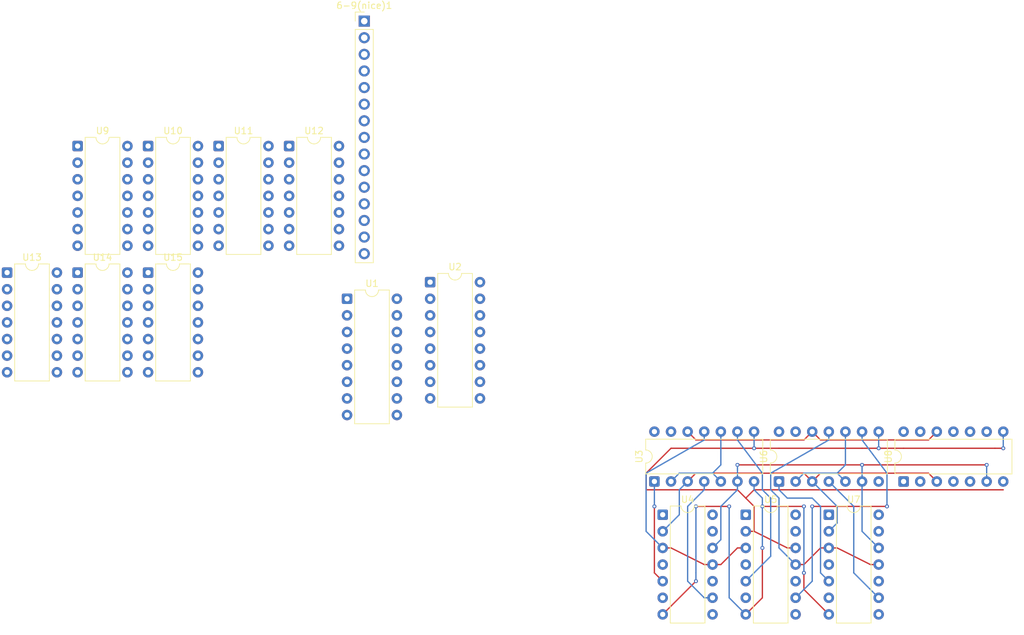
<source format=kicad_pcb>
(kicad_pcb (version 20241229) (generator "pcbnew") (generator_version "9.0")
  (layers (0 "F.Cu" signal) (2 "B.Cu" signal) (13 "F.Paste" user) (15 "B.Paste" user) (5 "F.SilkS" user "F.Silkscreen") (7 "B.SilkS" user "B.Silkscreen") (1 "F.Mask" user) (3 "B.Mask" user) (25 "Edge.Cuts" user))
  (net 0 "")
  (net 1 "Net-(6-9(nice)1-Bus_2)")
  (net 2 "GND")
  (net 3 "Net-(6-9(nice)1-Bus_3)")
  (net 4 "VCC")
  (net 5 "Net-(6-9(nice)1-Bus_1)")
  (net 6 "Net-(6-9(nice)1-Write_3)")
  (net 7 "Net-(6-9(nice)1-Read_1)")
  (net 8 "Net-(6-9(nice)1-Writeable)")
  (net 9 "Net-(6-9(nice)1-Clk)")
  (net 10 "Net-(6-9(nice)1-Msc)")
  (net 11 "Net-(6-9(nice)1-Read_2)")
  (net 12 "Net-(6-9(nice)1-Write_1)")
  (net 13 "Net-(6-9(nice)1-Read_3)")
  (net 14 "Net-(6-9(nice)1-Write_2)")
  (net 15 "Net-(6-9(nice)1-Readable)")
  (net 16 "Net-(U1-Y4)")
  (net 18 "Net-(U1-Y5)")
  (net 19 "Net-(U1-Y3)")
  (net 21 "Net-(U1-Y6)")
  (net 23 "Net-(U1-Y7)")
  (net 24 "Net-(U2-Y7)")
  (net 26 "Net-(U2-Y4)")
  (net 27 "Net-(U2-Y5)")
  (net 30 "Net-(U2-Y6)")
  (net 31 "Net-(U2-Y3)")
  (net 32 "Net-(U5A-Q)")
  (net 33 "Net-(U4B-Q)")
  (net 34 "Net-(U4A-Q)")
  (net 35 "Net-(U4A-C)")
  (net 47 "Net-(U5B-Q)")
  (net 48 "Net-(U5B-C)")
  (net 50 "Net-(U7A-Q)")
  (net 51 "Net-(U7B-Q)")
  (net 58 "Net-(U9B-Q)")
  (net 59 "Net-(U10B-C)")
  (net 60 "Net-(U10B-Q)")
  (net 61 "Net-(U9A-Q)")
  (net 72 "Net-(U10A-Q)")
  (net 75 "Net-(U10A-C)")
  (net 76 "Net-(U12B-Q)")
  (net 77 "Net-(U12A-Q)")
  (net 84 "Net-(U15A-Q)")
  (net 85 "Net-(U14A-Q)")
  (net 86 "Net-(U14A-C)")
  (net 87 "Net-(U14B-Q)")
  (footprint "Package_DIP:DIP-14_W7.62mm" (layer "F.Cu") (at 115.57 91.44)
    (property "Reference" "U4" (at 3.81 -2.33 0) (layer "F.SilkS"))
    (property "Value" "74LS74")
    (pad "1" thru_hole roundrect (at 0 0) (size 1.6 1.6) (drill 0.8) (layers "*.Cu" "*.Mask") (roundrect_rratio 0.15625))
    (pad "2" thru_hole circle (at 0 2.54) (size 1.6 1.6) (drill 0.8) (layers "*.Cu" "*.Mask") (net 5 "Net-(6-9(nice)1-Bus_1)"))
    (pad "3" thru_hole circle (at 0 5.08) (size 1.6 1.6) (drill 0.8) (layers "*.Cu" "*.Mask") (net 35 "Net-(U4A-C)"))
    (pad "4" thru_hole circle (at 0 7.62) (size 1.6 1.6) (drill 0.8) (layers "*.Cu" "*.Mask"))
    (pad "5" thru_hole circle (at 0 10.16) (size 1.6 1.6) (drill 0.8) (layers "*.Cu" "*.Mask") (net 34 "Net-(U4A-Q)"))
    (pad "6" thru_hole circle (at 0 12.7) (size 1.6 1.6) (drill 0.8) (layers "*.Cu" "*.Mask"))
    (pad "7" thru_hole circle (at 0 15.24) (size 1.6 1.6) (drill 0.8) (layers "*.Cu" "*.Mask") (net 2 "GND"))
    (pad "8" thru_hole circle (at 7.62 15.24) (size 1.6 1.6) (drill 0.8) (layers "*.Cu" "*.Mask"))
    (pad "9" thru_hole circle (at 7.62 12.7) (size 1.6 1.6) (drill 0.8) (layers "*.Cu" "*.Mask") (net 33 "Net-(U4B-Q)"))
    (pad "10" thru_hole circle (at 7.62 10.16) (size 1.6 1.6) (drill 0.8) (layers "*.Cu" "*.Mask"))
    (pad "11" thru_hole circle (at 7.62 7.62) (size 1.6 1.6) (drill 0.8) (layers "*.Cu" "*.Mask") (net 35 "Net-(U4A-C)"))
    (pad "12" thru_hole circle (at 7.62 5.08) (size 1.6 1.6) (drill 0.8) (layers "*.Cu" "*.Mask") (net 1 "Net-(6-9(nice)1-Bus_2)"))
    (pad "13" thru_hole circle (at 7.62 2.54) (size 1.6 1.6) (drill 0.8) (layers "*.Cu" "*.Mask"))
    (pad "14" thru_hole circle (at 7.62 0) (size 1.6 1.6) (drill 0.8) (layers "*.Cu" "*.Mask") (net 4 "VCC"))
  )
  (footprint "Package_DIP:DIP-14_W7.62mm" (layer "F.Cu") (at 58.45 35.07)
    (property "Reference" "U12" (at 3.81 -2.33 0) (layer "F.SilkS"))
    (property "Value" "74LS74")
    (pad "1" thru_hole roundrect (at 0 0) (size 1.6 1.6) (drill 0.8) (layers "*.Cu" "*.Mask") (roundrect_rratio 0.15625))
    (pad "2" thru_hole circle (at 0 2.54) (size 1.6 1.6) (drill 0.8) (layers "*.Cu" "*.Mask") (net 5 "Net-(6-9(nice)1-Bus_1)"))
    (pad "3" thru_hole circle (at 0 5.08) (size 1.6 1.6) (drill 0.8) (layers "*.Cu" "*.Mask") (net 75 "Net-(U10A-C)"))
    (pad "4" thru_hole circle (at 0 7.62) (size 1.6 1.6) (drill 0.8) (layers "*.Cu" "*.Mask"))
    (pad "5" thru_hole circle (at 0 10.16) (size 1.6 1.6) (drill 0.8) (layers "*.Cu" "*.Mask") (net 77 "Net-(U12A-Q)"))
    (pad "6" thru_hole circle (at 0 12.7) (size 1.6 1.6) (drill 0.8) (layers "*.Cu" "*.Mask"))
    (pad "7" thru_hole circle (at 0 15.24) (size 1.6 1.6) (drill 0.8) (layers "*.Cu" "*.Mask") (net 2 "GND"))
    (pad "8" thru_hole circle (at 7.62 15.24) (size 1.6 1.6) (drill 0.8) (layers "*.Cu" "*.Mask"))
    (pad "9" thru_hole circle (at 7.62 12.7) (size 1.6 1.6) (drill 0.8) (layers "*.Cu" "*.Mask") (net 76 "Net-(U12B-Q)"))
    (pad "10" thru_hole circle (at 7.62 10.16) (size 1.6 1.6) (drill 0.8) (layers "*.Cu" "*.Mask"))
    (pad "11" thru_hole circle (at 7.62 7.62) (size 1.6 1.6) (drill 0.8) (layers "*.Cu" "*.Mask") (net 75 "Net-(U10A-C)"))
    (pad "12" thru_hole circle (at 7.62 5.08) (size 1.6 1.6) (drill 0.8) (layers "*.Cu" "*.Mask") (net 1 "Net-(6-9(nice)1-Bus_2)"))
    (pad "13" thru_hole circle (at 7.62 2.54) (size 1.6 1.6) (drill 0.8) (layers "*.Cu" "*.Mask"))
    (pad "14" thru_hole circle (at 7.62 0) (size 1.6 1.6) (drill 0.8) (layers "*.Cu" "*.Mask") (net 4 "VCC"))
  )
  (footprint "Package_DIP:DIP-14_W7.62mm" (layer "F.Cu") (at 26.11 54.42)
    (property "Reference" "U14" (at 3.81 -2.33 0) (layer "F.SilkS"))
    (property "Value" "74LS74")
    (pad "1" thru_hole roundrect (at 0 0) (size 1.6 1.6) (drill 0.8) (layers "*.Cu" "*.Mask") (roundrect_rratio 0.15625))
    (pad "2" thru_hole circle (at 0 2.54) (size 1.6 1.6) (drill 0.8) (layers "*.Cu" "*.Mask") (net 5 "Net-(6-9(nice)1-Bus_1)"))
    (pad "3" thru_hole circle (at 0 5.08) (size 1.6 1.6) (drill 0.8) (layers "*.Cu" "*.Mask") (net 86 "Net-(U14A-C)"))
    (pad "4" thru_hole circle (at 0 7.62) (size 1.6 1.6) (drill 0.8) (layers "*.Cu" "*.Mask"))
    (pad "5" thru_hole circle (at 0 10.16) (size 1.6 1.6) (drill 0.8) (layers "*.Cu" "*.Mask") (net 85 "Net-(U14A-Q)"))
    (pad "6" thru_hole circle (at 0 12.7) (size 1.6 1.6) (drill 0.8) (layers "*.Cu" "*.Mask"))
    (pad "7" thru_hole circle (at 0 15.24) (size 1.6 1.6) (drill 0.8) (layers "*.Cu" "*.Mask") (net 2 "GND"))
    (pad "8" thru_hole circle (at 7.62 15.24) (size 1.6 1.6) (drill 0.8) (layers "*.Cu" "*.Mask"))
    (pad "9" thru_hole circle (at 7.62 12.7) (size 1.6 1.6) (drill 0.8) (layers "*.Cu" "*.Mask") (net 87 "Net-(U14B-Q)"))
    (pad "10" thru_hole circle (at 7.62 10.16) (size 1.6 1.6) (drill 0.8) (layers "*.Cu" "*.Mask"))
    (pad "11" thru_hole circle (at 7.62 7.62) (size 1.6 1.6) (drill 0.8) (layers "*.Cu" "*.Mask") (net 86 "Net-(U14A-C)"))
    (pad "12" thru_hole circle (at 7.62 5.08) (size 1.6 1.6) (drill 0.8) (layers "*.Cu" "*.Mask") (net 1 "Net-(6-9(nice)1-Bus_2)"))
    (pad "13" thru_hole circle (at 7.62 2.54) (size 1.6 1.6) (drill 0.8) (layers "*.Cu" "*.Mask"))
    (pad "14" thru_hole circle (at 7.62 0) (size 1.6 1.6) (drill 0.8) (layers "*.Cu" "*.Mask") (net 4 "VCC"))
  )
  (footprint "Package_DIP:DIP-14_W7.62mm" (layer "F.Cu") (at 152.4 86.36 90)
    (property "Reference" "U8" (at 3.81 -2.33 90) (layer "F.SilkS"))
    (property "Value" "74LS08")
    (pad "1" thru_hole roundrect (at 0 0 90) (size 1.6 1.6) (drill 0.8) (layers "*.Cu" "*.Mask") (roundrect_rratio 0.15625) (net 61 "Net-(U9A-Q)"))
    (pad "2" thru_hole circle (at 0 2.54 90) (size 1.6 1.6) (drill 0.8) (layers "*.Cu" "*.Mask") (net 30 "Net-(U2-Y6)"))
    (pad "3" thru_hole circle (at 0 5.08 90) (size 1.6 1.6) (drill 0.8) (layers "*.Cu" "*.Mask") (net 5 "Net-(6-9(nice)1-Bus_1)"))
    (pad "4" thru_hole circle (at 0 7.62 90) (size 1.6 1.6) (drill 0.8) (layers "*.Cu" "*.Mask") (net 58 "Net-(U9B-Q)"))
    (pad "5" thru_hole circle (at 0 10.16 90) (size 1.6 1.6) (drill 0.8) (layers "*.Cu" "*.Mask") (net 30 "Net-(U2-Y6)"))
    (pad "6" thru_hole circle (at 0 12.7 90) (size 1.6 1.6) (drill 0.8) (layers "*.Cu" "*.Mask") (net 1 "Net-(6-9(nice)1-Bus_2)"))
    (pad "7" thru_hole circle (at 0 15.24 90) (size 1.6 1.6) (drill 0.8) (layers "*.Cu" "*.Mask") (net 2 "GND"))
    (pad "8" thru_hole circle (at 7.62 15.24 90) (size 1.6 1.6) (drill 0.8) (layers "*.Cu" "*.Mask") (net 3 "Net-(6-9(nice)1-Bus_3)"))
    (pad "9" thru_hole circle (at 7.62 12.7 90) (size 1.6 1.6) (drill 0.8) (layers "*.Cu" "*.Mask") (net 60 "Net-(U10B-Q)"))
    (pad "10" thru_hole circle (at 7.62 10.16 90) (size 1.6 1.6) (drill 0.8) (layers "*.Cu" "*.Mask") (net 30 "Net-(U2-Y6)"))
    (pad "11" thru_hole circle (at 7.62 7.62 90) (size 1.6 1.6) (drill 0.8) (layers "*.Cu" "*.Mask") (net 59 "Net-(U10B-C)"))
    (pad "12" thru_hole circle (at 7.62 5.08 90) (size 1.6 1.6) (drill 0.8) (layers "*.Cu" "*.Mask") (net 9 "Net-(6-9(nice)1-Clk)"))
    (pad "13" thru_hole circle (at 7.62 2.54 90) (size 1.6 1.6) (drill 0.8) (layers "*.Cu" "*.Mask") (net 21 "Net-(U1-Y6)"))
    (pad "14" thru_hole circle (at 7.62 0 90) (size 1.6 1.6) (drill 0.8) (layers "*.Cu" "*.Mask") (net 4 "VCC"))
  )
  (footprint "Package_DIP:DIP-14_W7.62mm" (layer "F.Cu") (at 128.27 91.44)
    (property "Reference" "U5" (at 3.81 -2.33 0) (layer "F.SilkS"))
    (property "Value" "74LS74")
    (pad "1" thru_hole roundrect (at 0 0) (size 1.6 1.6) (drill 0.8) (layers "*.Cu" "*.Mask") (roundrect_rratio 0.15625))
    (pad "2" thru_hole circle (at 0 2.54) (size 1.6 1.6) (drill 0.8) (layers "*.Cu" "*.Mask") (net 3 "Net-(6-9(nice)1-Bus_3)"))
    (pad "3" thru_hole circle (at 0 5.08) (size 1.6 1.6) (drill 0.8) (layers "*.Cu" "*.Mask") (net 35 "Net-(U4A-C)"))
    (pad "4" thru_hole circle (at 0 7.62) (size 1.6 1.6) (drill 0.8) (layers "*.Cu" "*.Mask"))
    (pad "5" thru_hole circle (at 0 10.16) (size 1.6 1.6) (drill 0.8) (layers "*.Cu" "*.Mask") (net 32 "Net-(U5A-Q)"))
    (pad "6" thru_hole circle (at 0 12.7) (size 1.6 1.6) (drill 0.8) (layers "*.Cu" "*.Mask"))
    (pad "7" thru_hole circle (at 0 15.24) (size 1.6 1.6) (drill 0.8) (layers "*.Cu" "*.Mask") (net 2 "GND"))
    (pad "8" thru_hole circle (at 7.62 15.24) (size 1.6 1.6) (drill 0.8) (layers "*.Cu" "*.Mask"))
    (pad "9" thru_hole circle (at 7.62 12.7) (size 1.6 1.6) (drill 0.8) (layers "*.Cu" "*.Mask") (net 47 "Net-(U5B-Q)"))
    (pad "10" thru_hole circle (at 7.62 10.16) (size 1.6 1.6) (drill 0.8) (layers "*.Cu" "*.Mask"))
    (pad "11" thru_hole circle (at 7.62 7.62) (size 1.6 1.6) (drill 0.8) (layers "*.Cu" "*.Mask") (net 48 "Net-(U5B-C)"))
    (pad "12" thru_hole circle (at 7.62 5.08) (size 1.6 1.6) (drill 0.8) (layers "*.Cu" "*.Mask") (net 3 "Net-(6-9(nice)1-Bus_3)"))
    (pad "13" thru_hole circle (at 7.62 2.54) (size 1.6 1.6) (drill 0.8) (layers "*.Cu" "*.Mask"))
    (pad "14" thru_hole circle (at 7.62 0) (size 1.6 1.6) (drill 0.8) (layers "*.Cu" "*.Mask") (net 4 "VCC"))
  )
  (footprint "Package_DIP:DIP-14_W7.62mm" (layer "F.Cu") (at 140.97 91.44)
    (property "Reference" "U7" (at 3.81 -2.33 0) (layer "F.SilkS"))
    (property "Value" "74LS74")
    (pad "1" thru_hole roundrect (at 0 0) (size 1.6 1.6) (drill 0.8) (layers "*.Cu" "*.Mask") (roundrect_rratio 0.15625))
    (pad "2" thru_hole circle (at 0 2.54) (size 1.6 1.6) (drill 0.8) (layers "*.Cu" "*.Mask") (net 5 "Net-(6-9(nice)1-Bus_1)"))
    (pad "3" thru_hole circle (at 0 5.08) (size 1.6 1.6) (drill 0.8) (layers "*.Cu" "*.Mask") (net 48 "Net-(U5B-C)"))
    (pad "4" thru_hole circle (at 0 7.62) (size 1.6 1.6) (drill 0.8) (layers "*.Cu" "*.Mask"))
    (pad "5" thru_hole circle (at 0 10.16) (size 1.6 1.6) (drill 0.8) (layers "*.Cu" "*.Mask") (net 50 "Net-(U7A-Q)"))
    (pad "6" thru_hole circle (at 0 12.7) (size 1.6 1.6) (drill 0.8) (layers "*.Cu" "*.Mask"))
    (pad "7" thru_hole circle (at 0 15.24) (size 1.6 1.6) (drill 0.8) (layers "*.Cu" "*.Mask") (net 2 "GND"))
    (pad "8" thru_hole circle (at 7.62 15.24) (size 1.6 1.6) (drill 0.8) (layers "*.Cu" "*.Mask"))
    (pad "9" thru_hole circle (at 7.62 12.7) (size 1.6 1.6) (drill 0.8) (layers "*.Cu" "*.Mask") (net 51 "Net-(U7B-Q)"))
    (pad "10" thru_hole circle (at 7.62 10.16) (size 1.6 1.6) (drill 0.8) (layers "*.Cu" "*.Mask"))
    (pad "11" thru_hole circle (at 7.62 7.62) (size 1.6 1.6) (drill 0.8) (layers "*.Cu" "*.Mask") (net 48 "Net-(U5B-C)"))
    (pad "12" thru_hole circle (at 7.62 5.08) (size 1.6 1.6) (drill 0.8) (layers "*.Cu" "*.Mask") (net 1 "Net-(6-9(nice)1-Bus_2)"))
    (pad "13" thru_hole circle (at 7.62 2.54) (size 1.6 1.6) (drill 0.8) (layers "*.Cu" "*.Mask"))
    (pad "14" thru_hole circle (at 7.62 0) (size 1.6 1.6) (drill 0.8) (layers "*.Cu" "*.Mask") (net 4 "VCC"))
  )
  (footprint "Package_DIP:DIP-14_W7.62mm" (layer "F.Cu") (at 15.33 54.42)
    (property "Reference" "U13" (at 3.81 -2.33 0) (layer "F.SilkS"))
    (property "Value" "74LS08")
    (pad "1" thru_hole roundrect (at 0 0) (size 1.6 1.6) (drill 0.8) (layers "*.Cu" "*.Mask") (roundrect_rratio 0.15625) (net 85 "Net-(U14A-Q)"))
    (pad "2" thru_hole circle (at 0 2.54) (size 1.6 1.6) (drill 0.8) (layers "*.Cu" "*.Mask") (net 24 "Net-(U2-Y7)"))
    (pad "3" thru_hole circle (at 0 5.08) (size 1.6 1.6) (drill 0.8) (layers "*.Cu" "*.Mask") (net 5 "Net-(6-9(nice)1-Bus_1)"))
    (pad "4" thru_hole circle (at 0 7.62) (size 1.6 1.6) (drill 0.8) (layers "*.Cu" "*.Mask") (net 87 "Net-(U14B-Q)"))
    (pad "5" thru_hole circle (at 0 10.16) (size 1.6 1.6) (drill 0.8) (layers "*.Cu" "*.Mask") (net 24 "Net-(U2-Y7)"))
    (pad "6" thru_hole circle (at 0 12.7) (size 1.6 1.6) (drill 0.8) (layers "*.Cu" "*.Mask") (net 1 "Net-(6-9(nice)1-Bus_2)"))
    (pad "7" thru_hole circle (at 0 15.24) (size 1.6 1.6) (drill 0.8) (layers "*.Cu" "*.Mask") (net 2 "GND"))
    (pad "8" thru_hole circle (at 7.62 15.24) (size 1.6 1.6) (drill 0.8) (layers "*.Cu" "*.Mask") (net 3 "Net-(6-9(nice)1-Bus_3)"))
    (pad "9" thru_hole circle (at 7.62 12.7) (size 1.6 1.6) (drill 0.8) (layers "*.Cu" "*.Mask") (net 84 "Net-(U15A-Q)"))
    (pad "10" thru_hole circle (at 7.62 10.16) (size 1.6 1.6) (drill 0.8) (layers "*.Cu" "*.Mask") (net 24 "Net-(U2-Y7)"))
    (pad "11" thru_hole circle (at 7.62 7.62) (size 1.6 1.6) (drill 0.8) (layers "*.Cu" "*.Mask") (net 86 "Net-(U14A-C)"))
    (pad "12" thru_hole circle (at 7.62 5.08) (size 1.6 1.6) (drill 0.8) (layers "*.Cu" "*.Mask") (net 9 "Net-(6-9(nice)1-Clk)"))
    (pad "13" thru_hole circle (at 7.62 2.54) (size 1.6 1.6) (drill 0.8) (layers "*.Cu" "*.Mask") (net 23 "Net-(U1-Y7)"))
    (pad "14" thru_hole circle (at 7.62 0) (size 1.6 1.6) (drill 0.8) (layers "*.Cu" "*.Mask") (net 4 "VCC"))
  )
  (footprint "Package_DIP:DIP-14_W7.62mm" (layer "F.Cu") (at 114.3 86.355 90)
    (property "Reference" "U3" (at 3.81 -2.33 90) (layer "F.SilkS"))
    (property "Value" "74LS08")
    (pad "1" thru_hole roundrect (at 0 0 90) (size 1.6 1.6) (drill 0.8) (layers "*.Cu" "*.Mask") (roundrect_rratio 0.15625) (net 34 "Net-(U4A-Q)"))
    (pad "2" thru_hole circle (at 0 2.54 90) (size 1.6 1.6) (drill 0.8) (layers "*.Cu" "*.Mask") (net 31 "Net-(U2-Y3)"))
    (pad "3" thru_hole circle (at 0 5.08 90) (size 1.6 1.6) (drill 0.8) (layers "*.Cu" "*.Mask") (net 5 "Net-(6-9(nice)1-Bus_1)"))
    (pad "4" thru_hole circle (at 0 7.62 90) (size 1.6 1.6) (drill 0.8) (layers "*.Cu" "*.Mask") (net 33 "Net-(U4B-Q)"))
    (pad "5" thru_hole circle (at 0 10.16 90) (size 1.6 1.6) (drill 0.8) (layers "*.Cu" "*.Mask") (net 31 "Net-(U2-Y3)"))
    (pad "6" thru_hole circle (at 0 12.7 90) (size 1.6 1.6) (drill 0.8) (layers "*.Cu" "*.Mask") (net 1 "Net-(6-9(nice)1-Bus_2)"))
    (pad "7" thru_hole circle (at 0 15.24 90) (size 1.6 1.6) (drill 0.8) (layers "*.Cu" "*.Mask") (net 2 "GND"))
    (pad "8" thru_hole circle (at 7.62 15.24 90) (size 1.6 1.6) (drill 0.8) (layers "*.Cu" "*.Mask") (net 3 "Net-(6-9(nice)1-Bus_3)"))
    (pad "9" thru_hole circle (at 7.62 12.7 90) (size 1.6 1.6) (drill 0.8) (layers "*.Cu" "*.Mask") (net 32 "Net-(U5A-Q)"))
    (pad "10" thru_hole circle (at 7.62 10.16 90) (size 1.6 1.6) (drill 0.8) (layers "*.Cu" "*.Mask") (net 31 "Net-(U2-Y3)"))
    (pad "11" thru_hole circle (at 7.62 7.62 90) (size 1.6 1.6) (drill 0.8) (layers "*.Cu" "*.Mask") (net 35 "Net-(U4A-C)"))
    (pad "12" thru_hole circle (at 7.62 5.08 90) (size 1.6 1.6) (drill 0.8) (layers "*.Cu" "*.Mask") (net 9 "Net-(6-9(nice)1-Clk)"))
    (pad "13" thru_hole circle (at 7.62 2.54 90) (size 1.6 1.6) (drill 0.8) (layers "*.Cu" "*.Mask") (net 19 "Net-(U1-Y3)"))
    (pad "14" thru_hole circle (at 7.62 0 90) (size 1.6 1.6) (drill 0.8) (layers "*.Cu" "*.Mask") (net 4 "VCC"))
  )
  (footprint "Package_DIP:DIP-14_W7.62mm" (layer "F.Cu") (at 36.89 54.42)
    (property "Reference" "U15" (at 3.81 -2.33 0) (layer "F.SilkS"))
    (property "Value" "74LS74")
    (pad "1" thru_hole roundrect (at 0 0) (size 1.6 1.6) (drill 0.8) (layers "*.Cu" "*.Mask") (roundrect_rratio 0.15625))
    (pad "2" thru_hole circle (at 0 2.54) (size 1.6 1.6) (drill 0.8) (layers "*.Cu" "*.Mask") (net 3 "Net-(6-9(nice)1-Bus_3)"))
    (pad "3" thru_hole circle (at 0 5.08) (size 1.6 1.6) (drill 0.8) (layers "*.Cu" "*.Mask") (net 86 "Net-(U14A-C)"))
    (pad "4" thru_hole circle (at 0 7.62) (size 1.6 1.6) (drill 0.8) (layers "*.Cu" "*.Mask"))
    (pad "5" thru_hole circle (at 0 10.16) (size 1.6 1.6) (drill 0.8) (layers "*.Cu" "*.Mask") (net 84 "Net-(U15A-Q)"))
    (pad "6" thru_hole circle (at 0 12.7) (size 1.6 1.6) (drill 0.8) (layers "*.Cu" "*.Mask"))
    (pad "7" thru_hole circle (at 0 15.24) (size 1.6 1.6) (drill 0.8) (layers "*.Cu" "*.Mask") (net 2 "GND"))
    (pad "8" thru_hole circle (at 7.62 15.24) (size 1.6 1.6) (drill 0.8) (layers "*.Cu" "*.Mask"))
    (pad "9" thru_hole circle (at 7.62 12.7) (size 1.6 1.6) (drill 0.8) (layers "*.Cu" "*.Mask"))
    (pad "10" thru_hole circle (at 7.62 10.16) (size 1.6 1.6) (drill 0.8) (layers "*.Cu" "*.Mask"))
    (pad "11" thru_hole circle (at 7.62 7.62) (size 1.6 1.6) (drill 0.8) (layers "*.Cu" "*.Mask"))
    (pad "12" thru_hole circle (at 7.62 5.08) (size 1.6 1.6) (drill 0.8) (layers "*.Cu" "*.Mask"))
    (pad "13" thru_hole circle (at 7.62 2.54) (size 1.6 1.6) (drill 0.8) (layers "*.Cu" "*.Mask"))
    (pad "14" thru_hole circle (at 7.62 0) (size 1.6 1.6) (drill 0.8) (layers "*.Cu" "*.Mask") (net 4 "VCC"))
  )
  (footprint "Package_DIP:DIP-14_W7.62mm" (layer "F.Cu") (at 36.89 35.07)
    (property "Reference" "U10" (at 3.81 -2.33 0) (layer "F.SilkS"))
    (property "Value" "74LS74")
    (pad "1" thru_hole roundrect (at 0 0) (size 1.6 1.6) (drill 0.8) (layers "*.Cu" "*.Mask") (roundrect_rratio 0.15625))
    (pad "2" thru_hole circle (at 0 2.54) (size 1.6 1.6) (drill 0.8) (layers "*.Cu" "*.Mask") (net 3 "Net-(6-9(nice)1-Bus_3)"))
    (pad "3" thru_hole circle (at 0 5.08) (size 1.6 1.6) (drill 0.8) (layers "*.Cu" "*.Mask") (net 75 "Net-(U10A-C)"))
    (pad "4" thru_hole circle (at 0 7.62) (size 1.6 1.6) (drill 0.8) (layers "*.Cu" "*.Mask"))
    (pad "5" thru_hole circle (at 0 10.16) (size 1.6 1.6) (drill 0.8) (layers "*.Cu" "*.Mask") (net 72 "Net-(U10A-Q)"))
    (pad "6" thru_hole circle (at 0 12.7) (size 1.6 1.6) (drill 0.8) (layers "*.Cu" "*.Mask"))
    (pad "7" thru_hole circle (at 0 15.24) (size 1.6 1.6) (drill 0.8) (layers "*.Cu" "*.Mask") (net 2 "GND"))
    (pad "8" thru_hole circle (at 7.62 15.24) (size 1.6 1.6) (drill 0.8) (layers "*.Cu" "*.Mask"))
    (pad "9" thru_hole circle (at 7.62 12.7) (size 1.6 1.6) (drill 0.8) (layers "*.Cu" "*.Mask") (net 60 "Net-(U10B-Q)"))
    (pad "10" thru_hole circle (at 7.62 10.16) (size 1.6 1.6) (drill 0.8) (layers "*.Cu" "*.Mask"))
    (pad "11" thru_hole circle (at 7.62 7.62) (size 1.6 1.6) (drill 0.8) (layers "*.Cu" "*.Mask") (net 59 "Net-(U10B-C)"))
    (pad "12" thru_hole circle (at 7.62 5.08) (size 1.6 1.6) (drill 0.8) (layers "*.Cu" "*.Mask") (net 3 "Net-(6-9(nice)1-Bus_3)"))
    (pad "13" thru_hole circle (at 7.62 2.54) (size 1.6 1.6) (drill 0.8) (layers "*.Cu" "*.Mask"))
    (pad "14" thru_hole circle (at 7.62 0) (size 1.6 1.6) (drill 0.8) (layers "*.Cu" "*.Mask") (net 4 "VCC"))
  )
  (footprint "Package_DIP:DIP-14_W7.62mm" (layer "F.Cu") (at 133.35 86.36 90)
    (property "Reference" "U6" (at 3.81 -2.33 90) (layer "F.SilkS"))
    (property "Value" "74LS08")
    (pad "1" thru_hole roundrect (at 0 0 90) (size 1.6 1.6) (drill 0.8) (layers "*.Cu" "*.Mask") (roundrect_rratio 0.15625) (net 50 "Net-(U7A-Q)"))
    (pad "2" thru_hole circle (at 0 2.54 90) (size 1.6 1.6) (drill 0.8) (layers "*.Cu" "*.Mask") (net 26 "Net-(U2-Y4)"))
    (pad "3" thru_hole circle (at 0 5.08 90) (size 1.6 1.6) (drill 0.8) (layers "*.Cu" "*.Mask") (net 5 "Net-(6-9(nice)1-Bus_1)"))
    (pad "4" thru_hole circle (at 0 7.62 90) (size 1.6 1.6) (drill 0.8) (layers "*.Cu" "*.Mask") (net 51 "Net-(U7B-Q)"))
    (pad "5" thru_hole circle (at 0 10.16 90) (size 1.6 1.6) (drill 0.8) (layers "*.Cu" "*.Mask") (net 26 "Net-(U2-Y4)"))
    (pad "6" thru_hole circle (at 0 12.7 90) (size 1.6 1.6) (drill 0.8) (layers "*.Cu" "*.Mask") (net 1 "Net-(6-9(nice)1-Bus_2)"))
    (pad "7" thru_hole circle (at 0 15.24 90) (size 1.6 1.6) (drill 0.8) (layers "*.Cu" "*.Mask") (net 2 "GND"))
    (pad "8" thru_hole circle (at 7.62 15.24 90) (size 1.6 1.6) (drill 0.8) (layers "*.Cu" "*.Mask") (net 3 "Net-(6-9(nice)1-Bus_3)"))
    (pad "9" thru_hole circle (at 7.62 12.7 90) (size 1.6 1.6) (drill 0.8) (layers "*.Cu" "*.Mask") (net 47 "Net-(U5B-Q)"))
    (pad "10" thru_hole circle (at 7.62 10.16 90) (size 1.6 1.6) (drill 0.8) (layers "*.Cu" "*.Mask") (net 26 "Net-(U2-Y4)"))
    (pad "11" thru_hole circle (at 7.62 7.62 90) (size 1.6 1.6) (drill 0.8) (layers "*.Cu" "*.Mask") (net 48 "Net-(U5B-C)"))
    (pad "12" thru_hole circle (at 7.62 5.08 90) (size 1.6 1.6) (drill 0.8) (layers "*.Cu" "*.Mask") (net 9 "Net-(6-9(nice)1-Clk)"))
    (pad "13" thru_hole circle (at 7.62 2.54 90) (size 1.6 1.6) (drill 0.8) (layers "*.Cu" "*.Mask") (net 16 "Net-(U1-Y4)"))
    (pad "14" thru_hole circle (at 7.62 0 90) (size 1.6 1.6) (drill 0.8) (layers "*.Cu" "*.Mask") (net 4 "VCC"))
  )
  (footprint "Package_DIP:DIP-16_W7.62mm" (layer "F.Cu") (at 80.01 55.88)
    (property "Reference" "U2" (at 3.81 -2.33 0) (layer "F.SilkS"))
    (property "Value" "74HC238")
    (pad "1" thru_hole roundrect (at 0 0) (size 1.6 1.6) (drill 0.8) (layers "*.Cu" "*.Mask") (roundrect_rratio 0.15625) (net 7 "Net-(6-9(nice)1-Read_1)"))
    (pad "2" thru_hole circle (at 0 2.54) (size 1.6 1.6) (drill 0.8) (layers "*.Cu" "*.Mask") (net 11 "Net-(6-9(nice)1-Read_2)"))
    (pad "3" thru_hole circle (at 0 5.08) (size 1.6 1.6) (drill 0.8) (layers "*.Cu" "*.Mask") (net 13 "Net-(6-9(nice)1-Read_3)"))
    (pad "4" thru_hole circle (at 0 7.62) (size 1.6 1.6) (drill 0.8) (layers "*.Cu" "*.Mask") (net 10 "Net-(6-9(nice)1-Msc)"))
    (pad "5" thru_hole circle (at 0 10.16) (size 1.6 1.6) (drill 0.8) (layers "*.Cu" "*.Mask") (net 10 "Net-(6-9(nice)1-Msc)"))
    (pad "6" thru_hole circle (at 0 12.7) (size 1.6 1.6) (drill 0.8) (layers "*.Cu" "*.Mask") (net 15 "Net-(6-9(nice)1-Readable)"))
    (pad "7" thru_hole circle (at 0 15.24) (size 1.6 1.6) (drill 0.8) (layers "*.Cu" "*.Mask") (net 24 "Net-(U2-Y7)"))
    (pad "8" thru_hole circle (at 0 17.78) (size 1.6 1.6) (drill 0.8) (layers "*.Cu" "*.Mask") (net 2 "GND"))
    (pad "9" thru_hole circle (at 7.62 17.78) (size 1.6 1.6) (drill 0.8) (layers "*.Cu" "*.Mask") (net 30 "Net-(U2-Y6)"))
    (pad "10" thru_hole circle (at 7.62 15.24) (size 1.6 1.6) (drill 0.8) (layers "*.Cu" "*.Mask") (net 27 "Net-(U2-Y5)"))
    (pad "11" thru_hole circle (at 7.62 12.7) (size 1.6 1.6) (drill 0.8) (layers "*.Cu" "*.Mask") (net 26 "Net-(U2-Y4)"))
    (pad "12" thru_hole circle (at 7.62 10.16) (size 1.6 1.6) (drill 0.8) (layers "*.Cu" "*.Mask") (net 31 "Net-(U2-Y3)"))
    (pad "13" thru_hole circle (at 7.62 7.62) (size 1.6 1.6) (drill 0.8) (layers "*.Cu" "*.Mask"))
    (pad "14" thru_hole circle (at 7.62 5.08) (size 1.6 1.6) (drill 0.8) (layers "*.Cu" "*.Mask"))
    (pad "15" thru_hole circle (at 7.62 2.54) (size 1.6 1.6) (drill 0.8) (layers "*.Cu" "*.Mask"))
    (pad "16" thru_hole circle (at 7.62 0) (size 1.6 1.6) (drill 0.8) (layers "*.Cu" "*.Mask") (net 4 "VCC"))
  )
  (footprint "Package_DIP:DIP-14_W7.62mm" (layer "F.Cu") (at 26.11 35.07)
    (property "Reference" "U9" (at 3.81 -2.33 0) (layer "F.SilkS"))
    (property "Value" "74LS74")
    (pad "1" thru_hole roundrect (at 0 0) (size 1.6 1.6) (drill 0.8) (layers "*.Cu" "*.Mask") (roundrect_rratio 0.15625))
    (pad "2" thru_hole circle (at 0 2.54) (size 1.6 1.6) (drill 0.8) (layers "*.Cu" "*.Mask") (net 5 "Net-(6-9(nice)1-Bus_1)"))
    (pad "3" thru_hole circle (at 0 5.08) (size 1.6 1.6) (drill 0.8) (layers "*.Cu" "*.Mask") (net 59 "Net-(U10B-C)"))
    (pad "4" thru_hole circle (at 0 7.62) (size 1.6 1.6) (drill 0.8) (layers "*.Cu" "*.Mask"))
    (pad "5" thru_hole circle (at 0 10.16) (size 1.6 1.6) (drill 0.8) (layers "*.Cu" "*.Mask") (net 61 "Net-(U9A-Q)"))
    (pad "6" thru_hole circle (at 0 12.7) (size 1.6 1.6) (drill 0.8) (layers "*.Cu" "*.Mask"))
    (pad "7" thru_hole circle (at 0 15.24) (size 1.6 1.6) (drill 0.8) (layers "*.Cu" "*.Mask") (net 2 "GND"))
    (pad "8" thru_hole circle (at 7.62 15.24) (size 1.6 1.6) (drill 0.8) (layers "*.Cu" "*.Mask"))
    (pad "9" thru_hole circle (at 7.62 12.7) (size 1.6 1.6) (drill 0.8) (layers "*.Cu" "*.Mask") (net 58 "Net-(U9B-Q)"))
    (pad "10" thru_hole circle (at 7.62 10.16) (size 1.6 1.6) (drill 0.8) (layers "*.Cu" "*.Mask"))
    (pad "11" thru_hole circle (at 7.62 7.62) (size 1.6 1.6) (drill 0.8) (layers "*.Cu" "*.Mask") (net 59 "Net-(U10B-C)"))
    (pad "12" thru_hole circle (at 7.62 5.08) (size 1.6 1.6) (drill 0.8) (layers "*.Cu" "*.Mask") (net 1 "Net-(6-9(nice)1-Bus_2)"))
    (pad "13" thru_hole circle (at 7.62 2.54) (size 1.6 1.6) (drill 0.8) (layers "*.Cu" "*.Mask"))
    (pad "14" thru_hole circle (at 7.62 0) (size 1.6 1.6) (drill 0.8) (layers "*.Cu" "*.Mask") (net 4 "VCC"))
  )
  (footprint "Connector_PinHeader_2.54mm:PinHeader_1x15_P2.54mm_Vertical" (layer "F.Cu") (at 69.94 15.97)
    (property "Reference" "6-9(nice)1" (at 0 -2.38 0) (layer "F.SilkS"))
    (property "Value" "~")
    (pad "1" thru_hole rect (at 0 0) (size 1.7 1.7) (drill 1) (layers "*.Cu" "*.Mask") (net 2 "GND"))
    (pad "2" thru_hole circle (at 0 2.54) (size 1.7 1.7) (drill 1) (layers "*.Cu" "*.Mask") (net 4 "VCC"))
    (pad "3" thru_hole circle (at 0 5.08) (size 1.7 1.7) (drill 1) (layers "*.Cu" "*.Mask") (net 9 "Net-(6-9(nice)1-Clk)"))
    (pad "4" thru_hole circle (at 0 7.62) (size 1.7 1.7) (drill 1) (layers "*.Cu" "*.Mask") (net 5 "Net-(6-9(nice)1-Bus_1)"))
    (pad "5" thru_hole circle (at 0 10.16) (size 1.7 1.7) (drill 1) (layers "*.Cu" "*.Mask") (net 1 "Net-(6-9(nice)1-Bus_2)"))
    (pad "6" thru_hole circle (at 0 12.7) (size 1.7 1.7) (drill 1) (layers "*.Cu" "*.Mask") (net 3 "Net-(6-9(nice)1-Bus_3)"))
    (pad "7" thru_hole circle (at 0 15.24) (size 1.7 1.7) (drill 1) (layers "*.Cu" "*.Mask") (net 7 "Net-(6-9(nice)1-Read_1)"))
    (pad "8" thru_hole circle (at 0 17.78) (size 1.7 1.7) (drill 1) (layers "*.Cu" "*.Mask") (net 11 "Net-(6-9(nice)1-Read_2)"))
    (pad "9" thru_hole circle (at 0 20.32) (size 1.7 1.7) (drill 1) (layers "*.Cu" "*.Mask") (net 13 "Net-(6-9(nice)1-Read_3)"))
    (pad "10" thru_hole circle (at 0 22.86) (size 1.7 1.7) (drill 1) (layers "*.Cu" "*.Mask") (net 15 "Net-(6-9(nice)1-Readable)"))
    (pad "11" thru_hole circle (at 0 25.4) (size 1.7 1.7) (drill 1) (layers "*.Cu" "*.Mask") (net 12 "Net-(6-9(nice)1-Write_1)"))
    (pad "12" thru_hole circle (at 0 27.94) (size 1.7 1.7) (drill 1) (layers "*.Cu" "*.Mask") (net 14 "Net-(6-9(nice)1-Write_2)"))
    (pad "13" thru_hole circle (at 0 30.48) (size 1.7 1.7) (drill 1) (layers "*.Cu" "*.Mask") (net 6 "Net-(6-9(nice)1-Write_3)"))
    (pad "14" thru_hole circle (at 0 33.02) (size 1.7 1.7) (drill 1) (layers "*.Cu" "*.Mask") (net 8 "Net-(6-9(nice)1-Writeable)"))
    (pad "15" thru_hole circle (at 0 35.56) (size 1.7 1.7) (drill 1) (layers "*.Cu" "*.Mask") (net 10 "Net-(6-9(nice)1-Msc)"))
  )
  (footprint "Package_DIP:DIP-14_W7.62mm" (layer "F.Cu") (at 47.67 35.07)
    (property "Reference" "U11" (at 3.81 -2.33 0) (layer "F.SilkS"))
    (property "Value" "74LS08")
    (pad "1" thru_hole roundrect (at 0 0) (size 1.6 1.6) (drill 0.8) (layers "*.Cu" "*.Mask") (roundrect_rratio 0.15625) (net 77 "Net-(U12A-Q)"))
    (pad "2" thru_hole circle (at 0 2.54) (size 1.6 1.6) (drill 0.8) (layers "*.Cu" "*.Mask") (net 27 "Net-(U2-Y5)"))
    (pad "3" thru_hole circle (at 0 5.08) (size 1.6 1.6) (drill 0.8) (layers "*.Cu" "*.Mask") (net 5 "Net-(6-9(nice)1-Bus_1)"))
    (pad "4" thru_hole circle (at 0 7.62) (size 1.6 1.6) (drill 0.8) (layers "*.Cu" "*.Mask") (net 76 "Net-(U12B-Q)"))
    (pad "5" thru_hole circle (at 0 10.16) (size 1.6 1.6) (drill 0.8) (layers "*.Cu" "*.Mask") (net 27 "Net-(U2-Y5)"))
    (pad "6" thru_hole circle (at 0 12.7) (size 1.6 1.6) (drill 0.8) (layers "*.Cu" "*.Mask") (net 1 "Net-(6-9(nice)1-Bus_2)"))
    (pad "7" thru_hole circle (at 0 15.24) (size 1.6 1.6) (drill 0.8) (layers "*.Cu" "*.Mask") (net 2 "GND"))
    (pad "8" thru_hole circle (at 7.62 15.24) (size 1.6 1.6) (drill 0.8) (layers "*.Cu" "*.Mask") (net 3 "Net-(6-9(nice)1-Bus_3)"))
    (pad "9" thru_hole circle (at 7.62 12.7) (size 1.6 1.6) (drill 0.8) (layers "*.Cu" "*.Mask") (net 72 "Net-(U10A-Q)"))
    (pad "10" thru_hole circle (at 7.62 10.16) (size 1.6 1.6) (drill 0.8) (layers "*.Cu" "*.Mask") (net 27 "Net-(U2-Y5)"))
    (pad "11" thru_hole circle (at 7.62 7.62) (size 1.6 1.6) (drill 0.8) (layers "*.Cu" "*.Mask") (net 75 "Net-(U10A-C)"))
    (pad "12" thru_hole circle (at 7.62 5.08) (size 1.6 1.6) (drill 0.8) (layers "*.Cu" "*.Mask") (net 9 "Net-(6-9(nice)1-Clk)"))
    (pad "13" thru_hole circle (at 7.62 2.54) (size 1.6 1.6) (drill 0.8) (layers "*.Cu" "*.Mask") (net 18 "Net-(U1-Y5)"))
    (pad "14" thru_hole circle (at 7.62 0) (size 1.6 1.6) (drill 0.8) (layers "*.Cu" "*.Mask") (net 4 "VCC"))
  )
  (footprint "Package_DIP:DIP-16_W7.62mm" (layer "F.Cu") (at 67.31 58.42)
    (property "Reference" "U1" (at 3.81 -2.33 0) (layer "F.SilkS"))
    (property "Value" "74HC238")
    (pad "1" thru_hole roundrect (at 0 0) (size 1.6 1.6) (drill 0.8) (layers "*.Cu" "*.Mask") (roundrect_rratio 0.15625) (net 12 "Net-(6-9(nice)1-Write_1)"))
    (pad "2" thru_hole circle (at 0 2.54) (size 1.6 1.6) (drill 0.8) (layers "*.Cu" "*.Mask") (net 14 "Net-(6-9(nice)1-Write_2)"))
    (pad "3" thru_hole circle (at 0 5.08) (size 1.6 1.6) (drill 0.8) (layers "*.Cu" "*.Mask") (net 6 "Net-(6-9(nice)1-Write_3)"))
    (pad "4" thru_hole circle (at 0 7.62) (size 1.6 1.6) (drill 0.8) (layers "*.Cu" "*.Mask") (net 10 "Net-(6-9(nice)1-Msc)"))
    (pad "5" thru_hole circle (at 0 10.16) (size 1.6 1.6) (drill 0.8) (layers "*.Cu" "*.Mask") (net 10 "Net-(6-9(nice)1-Msc)"))
    (pad "6" thru_hole circle (at 0 12.7) (size 1.6 1.6) (drill 0.8) (layers "*.Cu" "*.Mask") (net 8 "Net-(6-9(nice)1-Writeable)"))
    (pad "7" thru_hole circle (at 0 15.24) (size 1.6 1.6) (drill 0.8) (layers "*.Cu" "*.Mask") (net 23 "Net-(U1-Y7)"))
    (pad "8" thru_hole circle (at 0 17.78) (size 1.6 1.6) (drill 0.8) (layers "*.Cu" "*.Mask") (net 2 "GND"))
    (pad "9" thru_hole circle (at 7.62 17.78) (size 1.6 1.6) (drill 0.8) (layers "*.Cu" "*.Mask") (net 21 "Net-(U1-Y6)"))
    (pad "10" thru_hole circle (at 7.62 15.24) (size 1.6 1.6) (drill 0.8) (layers "*.Cu" "*.Mask") (net 18 "Net-(U1-Y5)"))
    (pad "11" thru_hole circle (at 7.62 12.7) (size 1.6 1.6) (drill 0.8) (layers "*.Cu" "*.Mask") (net 16 "Net-(U1-Y4)"))
    (pad "12" thru_hole circle (at 7.62 10.16) (size 1.6 1.6) (drill 0.8) (layers "*.Cu" "*.Mask") (net 19 "Net-(U1-Y3)"))
    (pad "13" thru_hole circle (at 7.62 7.62) (size 1.6 1.6) (drill 0.8) (layers "*.Cu" "*.Mask"))
    (pad "14" thru_hole circle (at 7.62 5.08) (size 1.6 1.6) (drill 0.8) (layers "*.Cu" "*.Mask"))
    (pad "15" thru_hole circle (at 7.62 2.54) (size 1.6 1.6) (drill 0.8) (layers "*.Cu" "*.Mask"))
    (pad "16" thru_hole circle (at 7.62 0) (size 1.6 1.6) (drill 0.8) (layers "*.Cu" "*.Mask") (net 4 "VCC"))
  )
  (gr_line (start 140.97 96.52) (end 142.24 96.52) (stroke (width 0.2)) (layer "F.Cu") (net 48))
  (gr_line (start 142.24 96.52) (end 147.32 99.06) (stroke (width 0.2)) (layer "F.Cu") (net 48))
  (gr_line (start 134.62 96.52) (end 135.89 96.52) (stroke (width 0.2)) (layer "F.Cu") (net 3))
  (gr_line (start 116.84 96.52) (end 121.92 99.06) (stroke (width 0.2)) (layer "F.Cu") (net 35))
  (gr_line (start 115.57 96.52) (end 116.84 96.52) (stroke (width 0.2)) (layer "F.Cu") (net 35))
  (gr_line (start 121.92 99.06) (end 123.19 99.06) (stroke (width 0.2)) (layer "F.Cu") (net 35))
  (gr_line (start 139.7 96.52) (end 140.97 96.52) (stroke (width 0.2)) (layer "F.Cu") (net 48))
  (gr_line (start 124.46 99.06) (end 127 96.52) (stroke (width 0.2)) (layer "F.Cu") (net 35))
  (gr_line (start 129.54 93.98) (end 134.62 96.52) (stroke (width 0.2)) (layer "F.Cu") (net 3))
  (gr_line (start 123.19 99.06) (end 124.46 99.06) (stroke (width 0.2)) (layer "F.Cu") (net 35))
  (gr_line (start 137.16 99.06) (end 139.7 96.52) (stroke (width 0.2)) (layer "F.Cu") (net 48))
  (gr_line (start 147.32 99.06) (end 148.59 99.06) (stroke (width 0.2)) (layer "F.Cu") (net 48))
  (gr_line (start 135.89 99.06) (end 137.16 99.06) (stroke (width 0.2)) (layer "F.Cu") (net 48))
  (gr_line (start 127 96.52) (end 128.27 96.52) (stroke (width 0.2)) (layer "F.Cu") (net 35))
  (gr_line (start 113.03 85.09) (end 121.92 80.01) (stroke (width 0.2)) (layer "B.Cu") (net 35))
  (gr_line (start 140.97 80.01) (end 132.08 85.09) (stroke (width 0.2)) (layer "B.Cu") (net 48))
  (gr_line (start 127 80.01) (end 130.81 85.09) (stroke (width 0.2)) (layer "B.Cu") (net 32))
  (gr_line (start 149.86 85.09) (end 149.86 87.63) (stroke (width 0.2)) (layer "B.Cu") (net 47))
  (gr_line (start 146.05 80.01) (end 149.86 85.09) (stroke (width 0.2)) (layer "B.Cu") (net 47))
  (gr_line (start 146.05 78.74) (end 146.05 80.01) (stroke (width 0.2)) (layer "B.Cu") (net 47))
  (gr_line (start 121.92 80.01) (end 121.92 78.74) (stroke (width 0.2)) (layer "B.Cu") (net 35))
  (gr_line (start 132.08 85.09) (end 132.08 87.63) (stroke (width 0.2)) (layer "B.Cu") (net 48))
  (segment (start 127 83.82) (end 146.05 83.82) (width 0.2) (layer "F.Cu") (net 1))
  (segment (start 146.05 83.82) (end 165.1 83.82) (width 0.2) (layer "F.Cu") (net 1))
  (via (at 146.05 83.82) (size 0.6) (drill 0.3) (layers "F.Cu" "B.Cu") (net 1))
  (via (at 127 83.82) (size 0.6) (drill 0.3) (layers "F.Cu" "B.Cu") (net 1))
  (via (at 165.1 83.82) (size 0.6) (drill 0.3) (layers "F.Cu" "B.Cu") (net 1))
  (segment (start 124.46 90.17) (end 124.46 95.25) (width 0.2) (layer "B.Cu") (net 1))
  (segment (start 127 85.09) (end 127 83.82) (width 0.2) (layer "B.Cu") (net 1))
  (segment (start 127 86.355) (end 127 87.63) (width 0.2) (layer "B.Cu") (net 1))
  (segment (start 127 87.63) (end 124.46 90.17) (width 0.2) (layer "B.Cu") (net 1))
  (segment (start 146.05 83.82) (end 146.05 86.36) (width 0.2) (layer "B.Cu") (net 1))
  (segment (start 124.46 95.25) (end 123.19 96.52) (width 0.2) (layer "B.Cu") (net 1))
  (segment (start 146.05 93.98) (end 148.59 96.52) (width 0.2) (layer "B.Cu") (net 1))
  (segment (start 165.1 83.82) (end 165.1 86.36) (width 0.2) (layer "B.Cu") (net 1))
  (segment (start 146.05 86.36) (end 146.05 93.98) (width 0.2) (layer "B.Cu") (net 1))
  (segment (start 127 86.355) (end 127 85.09) (width 0.2) (layer "B.Cu") (net 1))
  (segment (start 120.65 101.6) (end 119.38 102.87) (width 0.2) (layer "F.Cu") (net 2))
  (segment (start 137.16 102.87) (end 137.16 100.33) (width 0.2) (layer "F.Cu") (net 2))
  (segment (start 130.81 104.14) (end 128.27 106.68) (width 0.2) (layer "F.Cu") (net 2))
  (segment (start 140.97 106.68) (end 137.16 102.87) (width 0.2) (layer "F.Cu") (net 2))
  (segment (start 125.73 90.17) (end 120.65 90.17) (width 0.2) (layer "F.Cu") (net 2))
  (segment (start 137.16 90.17) (end 130.81 90.17) (width 0.2) (layer "F.Cu") (net 2))
  (segment (start 130.81 96.52) (end 130.81 104.14) (width 0.2) (layer "F.Cu") (net 2))
  (segment (start 119.38 102.87) (end 115.57 106.68) (width 0.2) (layer "F.Cu") (net 2))
  (via (at 137.16 90.17) (size 0.6) (drill 0.3) (layers "F.Cu" "B.Cu") (net 2))
  (via (at 120.65 90.17) (size 0.6) (drill 0.3) (layers "F.Cu" "B.Cu") (net 2))
  (via (at 137.16 100.33) (size 0.6) (drill 0.3) (layers "F.Cu" "B.Cu") (net 2))
  (via (at 125.73 90.17) (size 0.6) (drill 0.3) (layers "F.Cu" "B.Cu") (net 2))
  (via (at 130.81 96.52) (size 0.6) (drill 0.3) (layers "F.Cu" "B.Cu") (net 2))
  (via (at 130.81 90.17) (size 0.6) (drill 0.3) (layers "F.Cu" "B.Cu") (net 2))
  (via (at 120.65 101.6) (size 0.6) (drill 0.3) (layers "F.Cu" "B.Cu") (net 2))
  (segment (start 125.73 104.14) (end 125.73 90.17) (width 0.2) (layer "B.Cu") (net 2))
  (segment (start 120.65 97.79) (end 120.65 100.33) (width 0.2) (layer "B.Cu") (net 2))
  (segment (start 129.54 87.63) (end 130.81 88.9) (width 0.2) (layer "B.Cu") (net 2))
  (segment (start 120.65 90.17) (end 120.65 97.79) (width 0.2) (layer "B.Cu") (net 2))
  (segment (start 130.81 88.9) (end 130.81 96.52) (width 0.2) (layer "B.Cu") (net 2))
  (segment (start 129.54 86.355) (end 129.54 87.63) (width 0.2) (layer "B.Cu") (net 2))
  (segment (start 120.65 100.33) (end 120.65 101.6) (width 0.2) (layer "B.Cu") (net 2))
  (segment (start 137.16 100.33) (end 137.16 90.17) (width 0.2) (layer "B.Cu") (net 2))
  (segment (start 128.27 106.68) (end 127 105.41) (width 0.2) (layer "B.Cu") (net 2))
  (segment (start 127 105.41) (end 125.73 104.14) (width 0.2) (layer "B.Cu") (net 2))
  (segment (start 152.4 81.28) (end 166.37 81.28) (width 0.2) (layer "F.Cu") (net 3))
  (segment (start 128.27 88.9) (end 129.54 90.17) (width 0.2) (layer "F.Cu") (net 3))
  (segment (start 129.54 81.28) (end 116.84 81.28) (width 0.2) (layer "F.Cu") (net 3))
  (segment (start 116.84 81.28) (end 113.03 85.09) (width 0.2) (layer "F.Cu") (net 3))
  (segment (start 128.27 88.9) (end 129.54 87.63) (width 0.2) (layer "F.Cu") (net 3))
  (segment (start 166.37 81.28) (end 167.64 81.28) (width 0.2) (layer "F.Cu") (net 3))
  (segment (start 130.81 81.28) (end 129.54 81.28) (width 0.2) (layer "F.Cu") (net 3))
  (segment (start 129.54 87.63) (end 167.64 87.63) (width 0.2) (layer "F.Cu") (net 3))
  (segment (start 133.35 81.28) (end 146.05 81.28) (width 0.2) (layer "F.Cu") (net 3))
  (segment (start 113.03 85.09) (end 113.03 87.63) (width 0.2) (layer "F.Cu") (net 3))
  (segment (start 148.59 81.28) (end 152.4 81.28) (width 0.2) (layer "F.Cu") (net 3))
  (segment (start 113.03 87.63) (end 127 87.63) (width 0.2) (layer "F.Cu") (net 3))
  (segment (start 146.05 81.28) (end 148.59 81.28) (width 0.2) (layer "F.Cu") (net 3))
  (segment (start 127 87.63) (end 128.27 88.9) (width 0.2) (layer "F.Cu") (net 3))
  (segment (start 129.54 90.17) (end 129.54 93.98) (width 0.2) (layer "F.Cu") (net 3))
  (segment (start 133.35 81.28) (end 130.81 81.28) (width 0.2) (layer "F.Cu") (net 3))
  (segment (start 128.27 93.98) (end 129.54 93.98) (width 0.2) (layer "F.Cu") (net 3))
  (via (at 129.54 81.28) (size 0.6) (drill 0.3) (layers "F.Cu" "B.Cu") (net 3))
  (via (at 167.64 81.28) (size 0.6) (drill 0.3) (layers "F.Cu" "B.Cu") (net 3))
  (via (at 148.59 81.28) (size 0.6) (drill 0.3) (layers "F.Cu" "B.Cu") (net 3))
  (segment (start 129.54 81.28) (end 129.54 78.735) (width 0.2) (layer "B.Cu") (net 3))
  (segment (start 167.64 81.28) (end 167.64 78.74) (width 0.2) (layer "B.Cu") (net 3))
  (segment (start 148.59 81.28) (end 148.59 78.74) (width 0.2) (layer "B.Cu") (net 3))
  (segment (start 120.645 85.09) (end 119.38 86.355) (width 0.2) (layer "F.Cu") (net 5))
  (segment (start 156.21 85.09) (end 139.7 85.09) (width 0.2) (layer "F.Cu") (net 5))
  (segment (start 138.43 86.36) (end 137.16 85.09) (width 0.2) (layer "F.Cu") (net 5))
  (segment (start 157.48 86.36) (end 156.21 85.09) (width 0.2) (layer "F.Cu") (net 5))
  (segment (start 139.7 85.09) (end 138.43 86.36) (width 0.2) (layer "F.Cu") (net 5))
  (segment (start 137.16 85.09) (end 120.645 85.09) (width 0.2) (layer "F.Cu") (net 5))
  (segment (start 118.11 91.44) (end 115.57 93.98) (width 0.2) (layer "B.Cu") (net 5))
  (segment (start 142.24 90.17) (end 142.24 92.71) (width 0.2) (layer "B.Cu") (net 5))
  (segment (start 142.24 92.71) (end 140.97 93.98) (width 0.2) (layer "B.Cu") (net 5))
  (segment (start 119.38 86.355) (end 118.11 87.625) (width 0.2) (layer "B.Cu") (net 5))
  (segment (start 118.11 87.625) (end 118.11 91.44) (width 0.2) (layer "B.Cu") (net 5))
  (segment (start 138.43 86.36) (end 142.24 90.17) (width 0.2) (layer "B.Cu") (net 5))
  (segment (start 156.21 80.01) (end 157.48 78.74) (width 0.2) (layer "F.Cu") (net 9))
  (segment (start 120.65 80.005) (end 120.65 80.01) (width 0.2) (layer "F.Cu") (net 9))
  (segment (start 120.65 80.01) (end 137.16 80.01) (width 0.2) (layer "F.Cu") (net 9))
  (segment (start 138.43 78.74) (end 139.7 80.01) (width 0.2) (layer "F.Cu") (net 9))
  (segment (start 137.16 80.01) (end 138.43 78.74) (width 0.2) (layer "F.Cu") (net 9))
  (segment (start 139.7 80.01) (end 156.21 80.01) (width 0.2) (layer "F.Cu") (net 9))
  (segment (start 119.38 78.735) (end 120.65 80.005) (width 0.2) (layer "F.Cu") (net 9))
  (segment (start 119.38 78.735) (end 119.38 78.74) (width 0.2) (layer "F.Cu") (net 9))
  (segment (start 143.51 83.82) (end 143.51 78.74) (width 0.2) (layer "B.Cu") (net 26))
  (segment (start 135.89 86.36) (end 137.16 85.09) (width 0.2) (layer "B.Cu") (net 26))
  (segment (start 142.24 85.09) (end 143.51 83.82) (width 0.2) (layer "B.Cu") (net 26))
  (segment (start 137.16 85.09) (end 142.24 85.09) (width 0.2) (layer "B.Cu") (net 26))
  (segment (start 142.24 85.09) (end 143.51 86.36) (width 0.2) (layer "B.Cu") (net 26))
  (segment (start 123.195 85.085) (end 124.46 83.82) (width 0.2) (layer "B.Cu") (net 31))
  (segment (start 118.105 85.09) (end 116.84 86.355) (width 0.2) (layer "B.Cu") (net 31))
  (segment (start 124.46 86.355) (end 123.195 85.09) (width 0.2) (layer "B.Cu") (net 31))
  (segment (start 123.195 85.09) (end 118.105 85.09) (width 0.2) (layer "B.Cu") (net 31))
  (segment (start 124.46 83.82) (end 124.46 78.735) (width 0.2) (layer "B.Cu") (net 31))
  (segment (start 123.195 85.09) (end 123.195 85.085) (width 0.2) (layer "B.Cu") (net 31))
  (segment (start 132.08 97.79) (end 128.27 101.6) (width 0.2) (layer "B.Cu") (net 32))
  (segment (start 130.81 87.63) (end 132.08 88.9) (width 0.2) (layer "B.Cu") (net 32))
  (segment (start 127 78.735) (end 127 80.01) (width 0.2) (layer "B.Cu") (net 32))
  (segment (start 132.08 88.9) (end 132.08 97.79) (width 0.2) (layer "B.Cu") (net 32))
  (segment (start 130.81 85.09) (end 130.81 87.63) (width 0.2) (layer "B.Cu") (net 32))
  (segment (start 121.92 104.14) (end 123.19 104.14) (width 0.2) (layer "B.Cu") (net 33))
  (segment (start 119.38 101.6) (end 121.92 104.14) (width 0.2) (layer "B.Cu") (net 33))
  (segment (start 119.38 90.17) (end 119.38 101.6) (width 0.2) (layer "B.Cu") (net 33))
  (segment (start 121.92 86.355) (end 121.92 87.63) (width 0.2) (layer "B.Cu") (net 33))
  (segment (start 121.92 87.63) (end 119.38 90.17) (width 0.2) (layer "B.Cu") (net 33))
  (segment (start 114.3 90.17) (end 114.3 100.33) (width 0.2) (layer "F.Cu") (net 34))
  (segment (start 114.3 100.33) (end 115.57 101.6) (width 0.2) (layer "F.Cu") (net 34))
  (via (at 114.3 90.17) (size 0.6) (drill 0.3) (layers "F.Cu" "B.Cu") (net 34))
  (segment (start 114.3 86.355) (end 114.3 90.17) (width 0.2) (layer "B.Cu") (net 34))
  (segment (start 113.03 93.98) (end 115.57 96.52) (width 0.2) (layer "B.Cu") (net 35))
  (segment (start 113.03 85.09) (end 113.03 93.98) (width 0.2) (layer "B.Cu") (net 35))
  (segment (start 138.43 90.17) (end 149.86 90.17) (width 0.2) (layer "F.Cu") (net 47))
  (via (at 149.86 90.17) (size 0.6) (drill 0.3) (layers "F.Cu" "B.Cu") (net 47))
  (via (at 138.43 90.17) (size 0.6) (drill 0.3) (layers "F.Cu" "B.Cu") (net 47))
  (segment (start 138.43 90.17) (end 138.43 101.6) (width 0.2) (layer "B.Cu") (net 47))
  (segment (start 138.43 101.6) (end 135.89 104.14) (width 0.2) (layer "B.Cu") (net 47))
  (segment (start 149.86 90.17) (end 149.86 87.63) (width 0.2) (layer "B.Cu") (net 47))
  (segment (start 133.35 88.9) (end 132.08 87.63) (width 0.2) (layer "B.Cu") (net 48))
  (segment (start 133.35 96.52) (end 135.89 99.06) (width 0.2) (layer "B.Cu") (net 48))
  (segment (start 133.35 88.9) (end 133.35 96.52) (width 0.2) (layer "B.Cu") (net 48))
  (segment (start 140.97 78.74) (end 140.97 80.01) (width 0.2) (layer "B.Cu") (net 48))
  (segment (start 133.35 87.63) (end 134.62 88.9) (width 0.2) (layer "B.Cu") (net 50))
  (segment (start 139.7 90.17) (end 139.7 100.33) (width 0.2) (layer "B.Cu") (net 50))
  (segment (start 139.7 100.33) (end 140.97 101.6) (width 0.2) (layer "B.Cu") (net 50))
  (segment (start 133.35 86.36) (end 133.35 87.63) (width 0.2) (layer "B.Cu") (net 50))
  (segment (start 134.62 88.9) (end 138.43 88.9) (width 0.2) (layer "B.Cu") (net 50))
  (segment (start 138.43 88.9) (end 139.7 90.17) (width 0.2) (layer "B.Cu") (net 50))
  (segment (start 144.78 100.33) (end 148.59 104.14) (width 0.2) (layer "B.Cu") (net 51))
  (segment (start 140.97 86.36) (end 144.78 90.17) (width 0.2) (layer "B.Cu") (net 51))
  (segment (start 144.78 90.17) (end 144.78 100.33) (width 0.2) (layer "B.Cu") (net 51))
)
</source>
